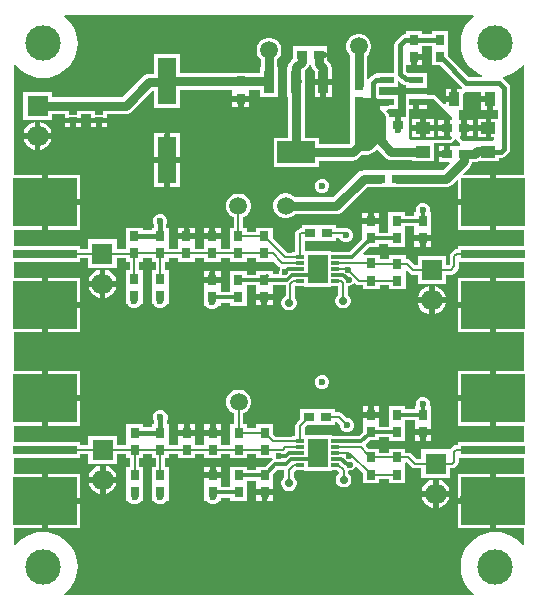
<source format=gtl>
G04*
G04 #@! TF.GenerationSoftware,Altium Limited,Altium Designer,22.6.1 (34)*
G04*
G04 Layer_Physical_Order=1*
G04 Layer_Color=255*
%FSAX43Y43*%
%MOMM*%
G71*
G04*
G04 #@! TF.SameCoordinates,DFD1A6D8-6486-425C-A6BB-C63D1257436E*
G04*
G04*
G04 #@! TF.FilePolarity,Positive*
G04*
G01*
G75*
%ADD14C,0.300*%
%ADD15R,1.200X0.600*%
%ADD16R,1.750X2.480*%
%ADD17R,0.800X0.300*%
%ADD18R,0.850X1.200*%
%ADD19R,0.800X0.850*%
%ADD20R,1.250X1.000*%
%ADD21R,0.850X0.800*%
%ADD22R,5.385X4.026*%
%ADD23R,5.385X0.762*%
%ADD24R,1.600X3.950*%
%ADD25R,0.900X1.900*%
%ADD26R,3.200X1.900*%
%ADD27R,0.700X0.500*%
%ADD46C,0.700*%
%ADD47C,0.193*%
%ADD48C,0.800*%
%ADD49C,0.400*%
%ADD50C,0.600*%
%ADD51C,1.500*%
%ADD52R,1.800X1.800*%
%ADD53C,1.800*%
%ADD54C,3.000*%
%ADD55C,0.600*%
G36*
X0039307Y0049592D02*
X0039354Y0049465D01*
X0039074Y0049226D01*
X0038775Y0048876D01*
X0038534Y0048483D01*
X0038358Y0048057D01*
X0038250Y0047609D01*
X0038214Y0047150D01*
X0038250Y0046691D01*
X0038358Y0046243D01*
X0038534Y0045817D01*
X0038775Y0045424D01*
X0039074Y0045074D01*
X0039424Y0044775D01*
X0039817Y0044534D01*
X0040052Y0044437D01*
X0040026Y0044310D01*
X0038906D01*
X0037180Y0046036D01*
Y0046740D01*
Y0048190D01*
X0035780D01*
Y0047975D01*
X0034970D01*
Y0048190D01*
X0033570D01*
Y0047914D01*
X0033504D01*
X0033309Y0047875D01*
X0033144Y0047765D01*
X0032740Y0047360D01*
X0032629Y0047195D01*
X0032590Y0047000D01*
Y0044660D01*
X0031080D01*
Y0044570D01*
X0031054D01*
X0030859Y0044531D01*
X0030694Y0044420D01*
X0030460Y0044186D01*
X0030423Y0044132D01*
X0030296Y0044170D01*
Y0046111D01*
X0030440Y0046255D01*
X0030578Y0046495D01*
X0030650Y0046762D01*
Y0047038D01*
X0030578Y0047305D01*
X0030440Y0047545D01*
X0030245Y0047740D01*
X0030005Y0047878D01*
X0029738Y0047950D01*
X0029462D01*
X0029195Y0047878D01*
X0028955Y0047740D01*
X0028760Y0047545D01*
X0028622Y0047305D01*
X0028550Y0047038D01*
Y0046762D01*
X0028622Y0046495D01*
X0028760Y0046255D01*
X0028884Y0046131D01*
Y0043650D01*
X0028890Y0043604D01*
Y0042925D01*
Y0042246D01*
X0028884Y0042200D01*
Y0041140D01*
Y0040260D01*
Y0039590D01*
Y0038736D01*
X0028779Y0038631D01*
X0026200D01*
Y0039175D01*
X0025006D01*
Y0042625D01*
X0025050D01*
Y0043879D01*
X0025056Y0043925D01*
X0025050Y0043971D01*
Y0044892D01*
X0025274Y0045116D01*
X0025386Y0045262D01*
X0025408Y0045314D01*
X0025538Y0045297D01*
X0025543Y0045262D01*
X0025614Y0045092D01*
X0025726Y0044946D01*
X0025850Y0044821D01*
Y0044125D01*
X0027350D01*
Y0045125D01*
X0027299D01*
X0027282Y0045253D01*
X0027211Y0045423D01*
X0027099Y0045569D01*
X0026950Y0045718D01*
Y0046154D01*
X0026956Y0046200D01*
X0026950Y0046246D01*
Y0046900D01*
X0026296D01*
X0026250Y0046906D01*
X0026225D01*
X0026179Y0046900D01*
X0024821D01*
X0024775Y0046906D01*
X0024750D01*
X0024704Y0046900D01*
X0024050D01*
Y0046246D01*
X0024044Y0046200D01*
X0024050Y0046154D01*
Y0045888D01*
X0023826Y0045664D01*
X0023714Y0045518D01*
X0023643Y0045348D01*
X0023619Y0045165D01*
Y0045125D01*
X0023550D01*
Y0042625D01*
X0023594D01*
Y0039175D01*
X0022400D01*
Y0036675D01*
X0026200D01*
Y0037219D01*
X0029071D01*
X0029254Y0037243D01*
X0029424Y0037314D01*
X0029571Y0037426D01*
X0029882Y0037738D01*
X0030379D01*
X0030561Y0037762D01*
X0030732Y0037832D01*
X0030878Y0037944D01*
X0031142Y0038209D01*
X0031861Y0037491D01*
X0032007Y0037379D01*
X0032177Y0037308D01*
X0032360Y0037284D01*
X0034085D01*
Y0037190D01*
X0035935D01*
Y0038694D01*
X0037300D01*
X0037417Y0038717D01*
X0037516Y0038784D01*
X0037679Y0038947D01*
X0037708Y0038990D01*
X0037731Y0039020D01*
X0037789Y0039032D01*
X0037811Y0039033D01*
X0037870Y0039022D01*
X0037921Y0038947D01*
X0038184Y0038684D01*
X0038194Y0038524D01*
X0038175Y0038500D01*
X0037325D01*
Y0037800D01*
X0037075D01*
Y0037550D01*
X0036350D01*
Y0037100D01*
X0037236D01*
X0037284Y0036983D01*
X0036708Y0036406D01*
X0032825D01*
X0032779Y0036400D01*
X0031421D01*
X0031375Y0036406D01*
X0030000D01*
X0029817Y0036382D01*
X0029647Y0036311D01*
X0029501Y0036199D01*
X0027408Y0034106D01*
X0024179D01*
X0024045Y0034240D01*
X0023805Y0034378D01*
X0023538Y0034450D01*
X0023262D01*
X0022995Y0034378D01*
X0022755Y0034240D01*
X0022560Y0034045D01*
X0022422Y0033805D01*
X0022350Y0033538D01*
Y0033262D01*
X0022422Y0032995D01*
X0022560Y0032755D01*
X0022755Y0032560D01*
X0022995Y0032422D01*
X0023262Y0032350D01*
X0023538D01*
X0023805Y0032422D01*
X0024045Y0032560D01*
X0024179Y0032694D01*
X0027700D01*
X0027883Y0032718D01*
X0028053Y0032789D01*
X0028199Y0032901D01*
X0030292Y0034994D01*
X0031375D01*
X0031421Y0035000D01*
X0032779D01*
X0032825Y0034994D01*
X0037000D01*
X0037183Y0035018D01*
X0037353Y0035089D01*
X0037499Y0035201D01*
X0037890Y0035592D01*
X0038008Y0035543D01*
Y0033943D01*
X0040750D01*
Y0036006D01*
X0038471D01*
X0038422Y0036124D01*
X0038999Y0036701D01*
X0039111Y0036847D01*
X0039182Y0037017D01*
X0039192Y0037094D01*
X0039400D01*
X0039583Y0037118D01*
X0039753Y0037189D01*
X0039755Y0037190D01*
X0041505D01*
Y0037480D01*
X0041666D01*
X0041861Y0037519D01*
X0042026Y0037630D01*
X0042260Y0037864D01*
X0042371Y0038029D01*
X0042410Y0038224D01*
Y0043400D01*
X0042371Y0043595D01*
X0042260Y0043760D01*
X0041860Y0044160D01*
X0041827Y0044183D01*
X0041849Y0044308D01*
X0042057Y0044358D01*
X0042483Y0044534D01*
X0042876Y0044775D01*
X0043226Y0045074D01*
X0043465Y0045354D01*
X0043592Y0045307D01*
Y0036006D01*
X0041250D01*
Y0033693D01*
Y0031380D01*
X0043592D01*
Y0030031D01*
X0038008D01*
Y0029837D01*
X0037920Y0029754D01*
X0037765Y0029724D01*
X0037634Y0029636D01*
X0037634Y0029636D01*
X0037414Y0029416D01*
X0037326Y0029285D01*
X0037295Y0029130D01*
X0037296Y0029130D01*
Y0028448D01*
X0037202Y0028354D01*
X0036980D01*
Y0029150D01*
X0034580D01*
Y0028354D01*
X0034398D01*
X0033976Y0028776D01*
X0033845Y0028864D01*
X0033690Y0028895D01*
X0033690Y0028895D01*
X0033560D01*
Y0029215D01*
X0032160D01*
Y0028895D01*
X0031360D01*
Y0029240D01*
X0030038D01*
X0029986Y0029367D01*
X0030534Y0029915D01*
X0031310D01*
Y0030206D01*
X0032110D01*
Y0029940D01*
X0033510D01*
Y0031656D01*
X0034310D01*
Y0030915D01*
X0035010D01*
X0035710D01*
Y0031390D01*
Y0032840D01*
X0035677D01*
X0035610Y0032941D01*
Y0033179D01*
X0035519Y0033400D01*
X0035350Y0033569D01*
X0035129Y0033660D01*
X0034891D01*
X0034670Y0033569D01*
X0034501Y0033400D01*
X0034410Y0033179D01*
Y0032941D01*
X0034343Y0032840D01*
X0034310D01*
Y0032574D01*
X0033510D01*
Y0032840D01*
X0032110D01*
Y0031124D01*
X0031310D01*
Y0031840D01*
X0030610D01*
X0029910D01*
Y0031365D01*
Y0030589D01*
X0028820Y0029499D01*
X0027610D01*
X0027566Y0029490D01*
X0027285D01*
Y0029580D01*
X0025014D01*
Y0030400D01*
X0027650D01*
Y0030695D01*
X0027925D01*
X0027981Y0030560D01*
X0028150Y0030391D01*
X0028371Y0030300D01*
X0028609D01*
X0028830Y0030391D01*
X0028999Y0030560D01*
X0029090Y0030781D01*
Y0031019D01*
X0028999Y0031240D01*
X0028830Y0031409D01*
X0028609Y0031500D01*
X0028371D01*
X0028352Y0031492D01*
X0028290Y0031505D01*
X0028290Y0031504D01*
X0027650D01*
Y0031800D01*
X0024750D01*
Y0031628D01*
X0024723Y0031505D01*
X0024569Y0031474D01*
X0024437Y0031386D01*
X0024437Y0031386D01*
X0024324Y0031273D01*
X0024236Y0031141D01*
X0024205Y0030987D01*
X0024205Y0030987D01*
Y0029490D01*
X0023910D01*
Y0029444D01*
X0023553D01*
X0022310Y0030687D01*
Y0031540D01*
X0020910D01*
Y0031220D01*
X0020110D01*
Y0031540D01*
X0019815D01*
Y0032411D01*
X0019815Y0032412D01*
X0020055Y0032550D01*
X0020250Y0032745D01*
X0020388Y0032985D01*
X0020460Y0033252D01*
Y0033528D01*
X0020388Y0033795D01*
X0020250Y0034035D01*
X0020055Y0034230D01*
X0019815Y0034368D01*
X0019548Y0034440D01*
X0019272D01*
X0019005Y0034368D01*
X0018765Y0034230D01*
X0018570Y0034035D01*
X0018432Y0033795D01*
X0018360Y0033528D01*
Y0033252D01*
X0018432Y0032985D01*
X0018570Y0032745D01*
X0018765Y0032550D01*
X0019005Y0032412D01*
X0019005Y0032411D01*
Y0031540D01*
X0018710D01*
Y0030090D01*
Y0029771D01*
X0017910D01*
Y0030095D01*
Y0030570D01*
X0017210D01*
X0016510D01*
Y0030095D01*
Y0029771D01*
X0015710D01*
Y0030095D01*
Y0030570D01*
X0015010D01*
X0014310D01*
Y0030095D01*
Y0029774D01*
X0013503D01*
Y0030095D01*
Y0031545D01*
X0013312D01*
Y0031769D01*
X0013400Y0031981D01*
Y0032219D01*
X0013309Y0032440D01*
X0013140Y0032609D01*
X0012919Y0032700D01*
X0012681D01*
X0012460Y0032609D01*
X0012291Y0032440D01*
X0012200Y0032219D01*
Y0031981D01*
X0012291Y0031760D01*
X0012293Y0031759D01*
Y0031545D01*
X0012103D01*
Y0031329D01*
X0011303D01*
Y0031545D01*
X0009903D01*
Y0030095D01*
Y0029754D01*
X0009100D01*
Y0030550D01*
X0006700D01*
Y0029754D01*
X0005992D01*
Y0030031D01*
X0000408D01*
Y0031380D01*
X0002750D01*
Y0033693D01*
Y0036006D01*
X0000408D01*
Y0045307D01*
X0000535Y0045354D01*
X0000774Y0045074D01*
X0001124Y0044775D01*
X0001517Y0044534D01*
X0001943Y0044358D01*
X0002391Y0044250D01*
X0002850Y0044214D01*
X0003309Y0044250D01*
X0003757Y0044358D01*
X0004183Y0044534D01*
X0004576Y0044775D01*
X0004926Y0045074D01*
X0005225Y0045424D01*
X0005466Y0045817D01*
X0005642Y0046243D01*
X0005750Y0046691D01*
X0005786Y0047150D01*
X0005750Y0047609D01*
X0005642Y0048057D01*
X0005466Y0048483D01*
X0005225Y0048876D01*
X0004926Y0049226D01*
X0004646Y0049465D01*
X0004693Y0049592D01*
X0039307Y0049592D01*
D02*
G37*
G36*
X0035780Y0045290D02*
X0036484D01*
X0038324Y0043451D01*
X0038318Y0043404D01*
X0038280Y0043324D01*
X0037925D01*
Y0042424D01*
X0037675D01*
Y0042174D01*
X0036950D01*
Y0042048D01*
X0036833Y0042000D01*
X0036156Y0042676D01*
X0036156Y0042676D01*
X0036057Y0042743D01*
X0035940Y0042766D01*
X0035940Y0042766D01*
X0035380D01*
Y0042860D01*
X0034480D01*
X0033580D01*
Y0042510D01*
Y0041590D01*
X0033574Y0041560D01*
Y0040940D01*
X0033165D01*
Y0040240D01*
X0032665D01*
Y0040940D01*
X0032143D01*
X0032122Y0041103D01*
X0032051Y0041273D01*
X0031939Y0041419D01*
X0031928Y0041431D01*
X0031957Y0041502D01*
X0031988Y0041550D01*
X0032039Y0041560D01*
X0032880D01*
Y0042760D01*
X0032039D01*
X0031980Y0042772D01*
X0031335D01*
X0031330Y0042776D01*
Y0043460D01*
X0032880D01*
Y0043933D01*
X0032997Y0043982D01*
X0033225Y0043754D01*
X0033391Y0043643D01*
X0033580Y0043606D01*
Y0043360D01*
X0034480D01*
X0035380D01*
Y0043460D01*
Y0044660D01*
X0033761D01*
X0033610Y0044811D01*
Y0045290D01*
X0034020D01*
Y0046015D01*
X0034270D01*
Y0046265D01*
X0034970D01*
Y0046955D01*
X0035780D01*
Y0045290D01*
D02*
G37*
G36*
X0037495Y0040905D02*
Y0040690D01*
X0037320D01*
Y0039990D01*
Y0039290D01*
X0037418D01*
X0037463Y0039163D01*
X0037300Y0039000D01*
X0034000Y0039000D01*
X0033880Y0039120D01*
Y0041560D01*
X0034230D01*
Y0042160D01*
X0034480D01*
Y0042410D01*
X0035380D01*
Y0042460D01*
X0035940D01*
X0037495Y0040905D01*
D02*
G37*
G36*
X0039950Y0042674D02*
X0040675D01*
Y0042424D01*
X0040925D01*
Y0041524D01*
X0041390D01*
Y0040790D01*
X0040830D01*
Y0039990D01*
Y0039190D01*
X0041024D01*
X0041073Y0039073D01*
X0040900Y0038900D01*
X0038400D01*
X0038137Y0039163D01*
X0038190Y0039290D01*
X0038270D01*
Y0039990D01*
Y0040690D01*
X0038100D01*
Y0041524D01*
X0038400D01*
Y0042800D01*
X0038624Y0043024D01*
X0039950D01*
Y0042674D01*
D02*
G37*
G36*
X0014310Y0028645D02*
X0015710D01*
Y0028962D01*
X0016510D01*
Y0028645D01*
X0017910D01*
Y0028962D01*
X0018710D01*
Y0028640D01*
X0020110D01*
Y0028962D01*
X0020910D01*
Y0028640D01*
X0022310D01*
Y0028640D01*
X0022411Y0028682D01*
X0022839Y0028254D01*
X0022917Y0028202D01*
X0022966Y0028141D01*
X0022951Y0028041D01*
X0022895Y0027957D01*
X0022860Y0027781D01*
X0022871Y0027726D01*
X0022767Y0027599D01*
X0022310D01*
Y0027865D01*
X0021904D01*
X0021860Y0027874D01*
X0021816Y0027865D01*
X0020910D01*
Y0027574D01*
X0020110D01*
Y0027840D01*
X0018710D01*
Y0026124D01*
X0017910D01*
Y0026865D01*
X0017210D01*
X0016510D01*
Y0026390D01*
Y0024940D01*
X0016685D01*
X0016701Y0024900D01*
X0016870Y0024731D01*
X0017091Y0024640D01*
X0017329D01*
X0017550Y0024731D01*
X0017719Y0024900D01*
X0017735Y0024940D01*
X0017910D01*
Y0025206D01*
X0018710D01*
Y0024940D01*
X0020110D01*
Y0026656D01*
X0020910D01*
Y0025940D01*
X0021610D01*
X0022310D01*
Y0026681D01*
X0023396D01*
Y0025775D01*
X0023301Y0025720D01*
X0023180Y0025599D01*
X0023094Y0025451D01*
X0023050Y0025286D01*
Y0025114D01*
X0023094Y0024949D01*
X0023180Y0024801D01*
X0023301Y0024680D01*
X0023449Y0024594D01*
X0023614Y0024550D01*
X0023786D01*
X0023951Y0024594D01*
X0024099Y0024680D01*
X0024220Y0024801D01*
X0024306Y0024949D01*
X0024350Y0025114D01*
Y0025286D01*
X0024306Y0025451D01*
X0024220Y0025599D01*
X0024205Y0025615D01*
Y0026590D01*
X0024935D01*
Y0026500D01*
X0027285D01*
Y0026590D01*
X0027865D01*
Y0025882D01*
X0027861Y0025880D01*
X0027740Y0025759D01*
X0027654Y0025611D01*
X0027610Y0025446D01*
Y0025274D01*
X0027654Y0025109D01*
X0027740Y0024961D01*
X0027861Y0024840D01*
X0028009Y0024754D01*
X0028174Y0024710D01*
X0028346D01*
X0028511Y0024754D01*
X0028659Y0024840D01*
X0028780Y0024961D01*
X0028866Y0025109D01*
X0028910Y0025274D01*
Y0025446D01*
X0028866Y0025611D01*
X0028780Y0025759D01*
X0028674Y0025866D01*
Y0026589D01*
X0028737Y0026641D01*
X0028800D01*
X0028976Y0026676D01*
X0029124Y0026776D01*
X0029160Y0026829D01*
X0029287Y0026841D01*
X0029349Y0026779D01*
X0029349Y0026779D01*
X0029480Y0026691D01*
X0029635Y0026660D01*
X0029635Y0026660D01*
X0029960D01*
Y0026340D01*
X0031360D01*
Y0026660D01*
X0032160D01*
Y0026315D01*
X0033560D01*
Y0027882D01*
X0033677Y0027931D01*
X0033944Y0027664D01*
X0033944Y0027664D01*
X0034075Y0027576D01*
X0034230Y0027545D01*
X0034580D01*
Y0026750D01*
X0036980D01*
Y0027545D01*
X0037370D01*
X0037370Y0027545D01*
X0037525Y0027576D01*
X0037656Y0027664D01*
X0037986Y0027994D01*
X0037986Y0027994D01*
X0038074Y0028125D01*
X0038105Y0028280D01*
Y0028669D01*
X0043592D01*
Y0027320D01*
X0041250D01*
Y0025007D01*
Y0022694D01*
X0043592D01*
Y0019406D01*
X0041250D01*
Y0017093D01*
Y0014780D01*
X0043592D01*
Y0013431D01*
X0038008D01*
Y0013155D01*
X0037840D01*
X0037840Y0013155D01*
X0037685Y0013124D01*
X0037554Y0013036D01*
X0037554Y0013036D01*
X0037364Y0012846D01*
X0037357Y0012835D01*
X0037300Y0012770D01*
X0034900D01*
Y0011974D01*
X0034498D01*
X0034086Y0012386D01*
X0033955Y0012474D01*
X0033800Y0012505D01*
X0033800Y0012505D01*
X0033520D01*
Y0012825D01*
X0032120D01*
Y0012505D01*
X0031320D01*
Y0012825D01*
X0030467D01*
X0030232Y0013060D01*
X0030233Y0013239D01*
X0030544Y0013550D01*
X0031320D01*
Y0013791D01*
X0032120D01*
Y0013525D01*
X0033520D01*
Y0015241D01*
X0034320D01*
Y0014500D01*
X0035020D01*
X0035720D01*
Y0014975D01*
Y0016425D01*
X0035687D01*
X0035620Y0016526D01*
Y0016764D01*
X0035529Y0016985D01*
X0035360Y0017154D01*
X0035139Y0017245D01*
X0034901D01*
X0034680Y0017154D01*
X0034511Y0016985D01*
X0034420Y0016764D01*
Y0016526D01*
X0034353Y0016425D01*
X0034320D01*
Y0016159D01*
X0033520D01*
Y0016425D01*
X0032120D01*
Y0014709D01*
X0031320D01*
Y0015000D01*
Y0015475D01*
X0030620D01*
X0029920D01*
Y0015000D01*
Y0014224D01*
X0029630Y0013934D01*
X0027620D01*
X0027576Y0013925D01*
X0027295D01*
Y0014015D01*
X0025024D01*
Y0014577D01*
X0025247Y0014800D01*
X0027550D01*
Y0015095D01*
X0027779D01*
X0028016Y0014858D01*
Y0014711D01*
X0028107Y0014490D01*
X0028276Y0014321D01*
X0028497Y0014230D01*
X0028735D01*
X0028956Y0014321D01*
X0029125Y0014490D01*
X0029216Y0014711D01*
Y0014949D01*
X0029125Y0015170D01*
X0028956Y0015339D01*
X0028735Y0015430D01*
X0028588D01*
X0028232Y0015786D01*
X0028101Y0015874D01*
X0027946Y0015905D01*
X0027946Y0015905D01*
X0027550D01*
Y0016200D01*
X0024650D01*
Y0015347D01*
X0024334Y0015031D01*
X0024246Y0014900D01*
X0024215Y0014745D01*
X0024215Y0014745D01*
Y0013925D01*
X0023920D01*
Y0013854D01*
X0022537D01*
X0022320Y0014072D01*
Y0014925D01*
X0020920D01*
Y0014604D01*
X0020120D01*
Y0014925D01*
X0019824D01*
Y0015816D01*
X0019825Y0015817D01*
X0020065Y0015955D01*
X0020260Y0016150D01*
X0020398Y0016390D01*
X0020470Y0016657D01*
Y0016933D01*
X0020398Y0017200D01*
X0020260Y0017440D01*
X0020065Y0017635D01*
X0019825Y0017773D01*
X0019558Y0017845D01*
X0019282D01*
X0019015Y0017773D01*
X0018775Y0017635D01*
X0018580Y0017440D01*
X0018442Y0017200D01*
X0018370Y0016933D01*
Y0016657D01*
X0018442Y0016390D01*
X0018580Y0016150D01*
X0018775Y0015955D01*
X0019015Y0015817D01*
X0019015Y0015816D01*
Y0014925D01*
X0018720D01*
Y0013475D01*
Y0013155D01*
X0017920D01*
Y0013475D01*
Y0013950D01*
X0017220D01*
X0016520D01*
Y0013475D01*
Y0013155D01*
X0015720D01*
Y0013475D01*
Y0013950D01*
X0015020D01*
X0014320D01*
Y0013475D01*
Y0013155D01*
X0013510D01*
Y0013475D01*
Y0014925D01*
X0013320D01*
Y0015150D01*
X0013407Y0015361D01*
Y0015600D01*
X0013316Y0015820D01*
X0013147Y0015989D01*
X0012927Y0016080D01*
X0012688D01*
X0012467Y0015989D01*
X0012299Y0015820D01*
X0012207Y0015600D01*
Y0015361D01*
X0012299Y0015141D01*
X0012300Y0015139D01*
Y0014925D01*
X0012110D01*
Y0014710D01*
X0011310D01*
Y0014925D01*
X0009910D01*
Y0013475D01*
Y0013155D01*
X0009110D01*
Y0013950D01*
X0006710D01*
Y0013155D01*
X0005992D01*
Y0013431D01*
X0000408D01*
Y0014780D01*
X0002750D01*
Y0017093D01*
Y0019406D01*
X0000408D01*
Y0022694D01*
X0002750D01*
Y0025007D01*
Y0027320D01*
X0000408D01*
Y0028669D01*
X0005992D01*
Y0028945D01*
X0006700D01*
Y0028150D01*
X0009100D01*
Y0028945D01*
X0009903D01*
Y0028645D01*
X0010197D01*
Y0027953D01*
X0009901D01*
Y0026503D01*
Y0025053D01*
X0010076D01*
X0010093Y0025013D01*
X0010261Y0024845D01*
X0010482Y0024753D01*
X0010721D01*
X0010941Y0024845D01*
X0011110Y0025013D01*
X0011127Y0025053D01*
X0011301D01*
Y0026503D01*
Y0027953D01*
X0011006D01*
Y0028645D01*
X0011303D01*
Y0028965D01*
X0012103D01*
Y0028645D01*
X0012397D01*
Y0027953D01*
X0012101D01*
Y0026503D01*
Y0025053D01*
X0012276D01*
X0012293Y0025013D01*
X0012461Y0024845D01*
X0012682Y0024753D01*
X0012921D01*
X0013141Y0024845D01*
X0013310Y0025013D01*
X0013327Y0025053D01*
X0013501D01*
Y0026503D01*
Y0027953D01*
X0013206D01*
Y0028645D01*
X0013503D01*
Y0028965D01*
X0014310D01*
Y0028645D01*
D02*
G37*
G36*
X0020920Y0012025D02*
X0022267D01*
X0022305Y0011898D01*
X0022196Y0011824D01*
X0021696Y0011325D01*
X0020920D01*
Y0011059D01*
X0020120D01*
Y0011325D01*
X0018720D01*
Y0009609D01*
X0017920D01*
Y0010350D01*
X0017220D01*
X0016520D01*
Y0009875D01*
Y0008425D01*
X0016695D01*
X0016711Y0008385D01*
X0016880Y0008216D01*
X0017101Y0008125D01*
X0017339D01*
X0017560Y0008216D01*
X0017729Y0008385D01*
X0017745Y0008425D01*
X0017920D01*
Y0008691D01*
X0018720D01*
Y0008425D01*
X0020120D01*
Y0010141D01*
X0020920D01*
Y0009400D01*
X0021620D01*
X0022320D01*
Y0009875D01*
Y0010651D01*
X0022710Y0011041D01*
X0023295D01*
Y0010415D01*
X0023180Y0010299D01*
X0023094Y0010151D01*
X0023050Y0009986D01*
Y0009814D01*
X0023094Y0009649D01*
X0023180Y0009501D01*
X0023301Y0009380D01*
X0023449Y0009294D01*
X0023614Y0009250D01*
X0023786D01*
X0023951Y0009294D01*
X0024099Y0009380D01*
X0024220Y0009501D01*
X0024306Y0009649D01*
X0024350Y0009814D01*
Y0009986D01*
X0024306Y0010151D01*
X0024220Y0010299D01*
X0024105Y0010415D01*
Y0010879D01*
X0024251Y0011025D01*
X0024945D01*
Y0010935D01*
X0027295D01*
Y0011025D01*
X0027748D01*
X0027910Y0010863D01*
Y0010736D01*
X0027795Y0010621D01*
X0027709Y0010473D01*
X0027665Y0010308D01*
Y0010136D01*
X0027709Y0009971D01*
X0027795Y0009823D01*
X0027916Y0009702D01*
X0028064Y0009616D01*
X0028229Y0009572D01*
X0028401D01*
X0028566Y0009616D01*
X0028714Y0009702D01*
X0028835Y0009823D01*
X0028921Y0009971D01*
X0028965Y0010136D01*
Y0010308D01*
X0028921Y0010473D01*
X0028835Y0010621D01*
X0028719Y0010737D01*
Y0010930D01*
X0028818Y0011010D01*
X0028844Y0011005D01*
X0029019Y0011040D01*
X0029168Y0011140D01*
X0029263Y0011281D01*
X0029284Y0011300D01*
X0029391Y0011332D01*
X0029920Y0010803D01*
Y0009925D01*
X0031320D01*
Y0010245D01*
X0032120D01*
Y0009925D01*
X0033520D01*
Y0011375D01*
Y0011660D01*
X0033647Y0011681D01*
X0034044Y0011284D01*
X0034044Y0011284D01*
X0034175Y0011196D01*
X0034330Y0011165D01*
X0034330Y0011165D01*
X0034900D01*
Y0010370D01*
X0037300D01*
Y0011165D01*
X0037490D01*
X0037490Y0011165D01*
X0037645Y0011196D01*
X0037776Y0011284D01*
X0037936Y0011444D01*
X0037936Y0011444D01*
X0038024Y0011575D01*
X0038055Y0011730D01*
Y0012069D01*
X0043592D01*
Y0010720D01*
X0041250D01*
Y0008407D01*
Y0006094D01*
X0043592D01*
Y0004693D01*
X0043465Y0004646D01*
X0043226Y0004926D01*
X0042876Y0005225D01*
X0042483Y0005466D01*
X0042057Y0005642D01*
X0041609Y0005750D01*
X0041150Y0005786D01*
X0040691Y0005750D01*
X0040243Y0005642D01*
X0039817Y0005466D01*
X0039424Y0005225D01*
X0039074Y0004926D01*
X0038775Y0004576D01*
X0038534Y0004183D01*
X0038358Y0003757D01*
X0038250Y0003309D01*
X0038214Y0002850D01*
X0038250Y0002391D01*
X0038358Y0001943D01*
X0038534Y0001517D01*
X0038775Y0001124D01*
X0039074Y0000774D01*
X0039354Y0000535D01*
X0039307Y0000408D01*
X0004693D01*
X0004646Y0000535D01*
X0004926Y0000774D01*
X0005225Y0001124D01*
X0005466Y0001517D01*
X0005642Y0001943D01*
X0005750Y0002391D01*
X0005786Y0002850D01*
X0005750Y0003309D01*
X0005642Y0003757D01*
X0005466Y0004183D01*
X0005225Y0004576D01*
X0004926Y0004926D01*
X0004576Y0005225D01*
X0004183Y0005466D01*
X0003757Y0005642D01*
X0003309Y0005750D01*
X0002850Y0005786D01*
X0002391Y0005750D01*
X0001943Y0005642D01*
X0001517Y0005466D01*
X0001124Y0005225D01*
X0000774Y0004926D01*
X0000535Y0004646D01*
X0000408Y0004693D01*
Y0006094D01*
X0002750D01*
Y0008407D01*
Y0010720D01*
X0000408D01*
Y0012069D01*
X0005992D01*
Y0012345D01*
X0006710D01*
Y0011550D01*
X0009110D01*
Y0012345D01*
X0009910D01*
Y0012025D01*
X0010205D01*
Y0011315D01*
X0009910D01*
Y0009865D01*
Y0008415D01*
X0010085D01*
X0010101Y0008375D01*
X0010270Y0008206D01*
X0010491Y0008115D01*
X0010729D01*
X0010950Y0008206D01*
X0011119Y0008375D01*
X0011135Y0008415D01*
X0011310D01*
Y0009865D01*
Y0011315D01*
X0011014D01*
Y0012025D01*
X0011310D01*
Y0012345D01*
X0012110D01*
Y0012025D01*
X0012405D01*
Y0011315D01*
X0012110D01*
Y0009865D01*
Y0008415D01*
X0012285D01*
X0012301Y0008375D01*
X0012470Y0008206D01*
X0012691Y0008115D01*
X0012929D01*
X0013150Y0008206D01*
X0013319Y0008375D01*
X0013335Y0008415D01*
X0013510D01*
Y0009865D01*
Y0011315D01*
X0013214D01*
Y0012025D01*
X0013510D01*
Y0012345D01*
X0014320D01*
Y0012025D01*
X0015720D01*
Y0012345D01*
X0016520D01*
Y0012025D01*
X0017920D01*
Y0012345D01*
X0018720D01*
Y0012025D01*
X0020120D01*
Y0012345D01*
X0020920D01*
Y0012025D01*
D02*
G37*
%LPC*%
G36*
X0022138Y0047625D02*
X0021862D01*
X0021595Y0047553D01*
X0021355Y0047415D01*
X0021160Y0047220D01*
X0021022Y0046980D01*
X0020950Y0046713D01*
Y0046437D01*
X0021022Y0046170D01*
X0021160Y0045930D01*
X0021294Y0045796D01*
Y0045125D01*
X0021250D01*
Y0044631D01*
X0020300D01*
Y0044650D01*
X0019646D01*
X0019600Y0044656D01*
X0019316D01*
X0019316Y0044656D01*
X0014500D01*
Y0046225D01*
X0012300D01*
Y0044575D01*
X0011869D01*
X0011686Y0044551D01*
X0011516Y0044480D01*
X0011369Y0044368D01*
X0009578Y0042576D01*
X0003600D01*
Y0043070D01*
X0001200D01*
Y0040670D01*
X0003600D01*
Y0041164D01*
X0004750D01*
Y0040825D01*
X0005400D01*
X0006050D01*
Y0041164D01*
X0006950D01*
Y0040825D01*
X0007600D01*
X0008250D01*
Y0041164D01*
X0009870D01*
X0010053Y0041188D01*
X0010223Y0041259D01*
X0010369Y0041371D01*
X0012161Y0043163D01*
X0012300D01*
Y0041675D01*
X0014500D01*
Y0043244D01*
X0018900D01*
Y0042725D01*
X0019600D01*
X0020300D01*
Y0043219D01*
X0021250D01*
Y0042625D01*
X0022750D01*
Y0045125D01*
X0022706D01*
Y0045796D01*
X0022840Y0045930D01*
X0022978Y0046170D01*
X0023050Y0046437D01*
Y0046713D01*
X0022978Y0046980D01*
X0022840Y0047220D01*
X0022645Y0047415D01*
X0022405Y0047553D01*
X0022138Y0047625D01*
D02*
G37*
G36*
X0027350Y0043625D02*
X0026850D01*
Y0042625D01*
X0027350D01*
Y0043625D01*
D02*
G37*
G36*
X0026350D02*
X0025850D01*
Y0042625D01*
X0026350D01*
Y0043625D01*
D02*
G37*
G36*
X0020300Y0042225D02*
X0019850D01*
Y0041750D01*
X0020300D01*
Y0042225D01*
D02*
G37*
G36*
X0019350D02*
X0018900D01*
Y0041750D01*
X0019350D01*
Y0042225D01*
D02*
G37*
G36*
X0008250Y0040375D02*
X0007850D01*
Y0040075D01*
X0008250D01*
Y0040375D01*
D02*
G37*
G36*
X0007350D02*
X0006950D01*
Y0040075D01*
X0007350D01*
Y0040375D01*
D02*
G37*
G36*
X0006050D02*
X0005650D01*
Y0040075D01*
X0006050D01*
Y0040375D01*
D02*
G37*
G36*
X0005150D02*
X0004750D01*
Y0040075D01*
X0005150D01*
Y0040375D01*
D02*
G37*
G36*
X0002650Y0040505D02*
Y0039580D01*
X0003575D01*
X0003518Y0039793D01*
X0003360Y0040067D01*
X0003137Y0040290D01*
X0002863Y0040448D01*
X0002650Y0040505D01*
D02*
G37*
G36*
X0002150D02*
X0001937Y0040448D01*
X0001663Y0040290D01*
X0001440Y0040067D01*
X0001282Y0039793D01*
X0001225Y0039580D01*
X0002150D01*
Y0040505D01*
D02*
G37*
G36*
X0003575Y0039080D02*
X0002650D01*
Y0038155D01*
X0002863Y0038212D01*
X0003137Y0038370D01*
X0003360Y0038593D01*
X0003518Y0038867D01*
X0003575Y0039080D01*
D02*
G37*
G36*
X0002150D02*
X0001225D01*
X0001282Y0038867D01*
X0001440Y0038593D01*
X0001663Y0038370D01*
X0001937Y0038212D01*
X0002150Y0038155D01*
Y0039080D01*
D02*
G37*
G36*
X0036825Y0038500D02*
X0036350D01*
Y0038050D01*
X0036825D01*
Y0038500D01*
D02*
G37*
G36*
X0014500Y0039525D02*
X0013650D01*
Y0037500D01*
X0014500D01*
Y0039525D01*
D02*
G37*
G36*
X0013150D02*
X0012300D01*
Y0037500D01*
X0013150D01*
Y0039525D01*
D02*
G37*
G36*
X0014500Y0037000D02*
X0013650D01*
Y0034975D01*
X0014500D01*
Y0037000D01*
D02*
G37*
G36*
X0013150D02*
X0012300D01*
Y0034975D01*
X0013150D01*
Y0037000D01*
D02*
G37*
G36*
X0026619Y0035700D02*
X0026381D01*
X0026160Y0035609D01*
X0025991Y0035440D01*
X0025900Y0035219D01*
Y0034981D01*
X0025991Y0034760D01*
X0026160Y0034591D01*
X0026381Y0034500D01*
X0026619D01*
X0026840Y0034591D01*
X0027009Y0034760D01*
X0027100Y0034981D01*
Y0035219D01*
X0027009Y0035440D01*
X0026840Y0035609D01*
X0026619Y0035700D01*
D02*
G37*
G36*
X0005992Y0036006D02*
X0003250D01*
Y0033943D01*
X0005992D01*
Y0036006D01*
D02*
G37*
G36*
X0031310Y0032815D02*
X0030860D01*
Y0032340D01*
X0031310D01*
Y0032815D01*
D02*
G37*
G36*
X0030360D02*
X0029910D01*
Y0032340D01*
X0030360D01*
Y0032815D01*
D02*
G37*
G36*
X0005992Y0033443D02*
X0003250D01*
Y0031380D01*
X0005992D01*
Y0033443D01*
D02*
G37*
G36*
X0040750D02*
X0038008D01*
Y0031380D01*
X0040750D01*
Y0033443D01*
D02*
G37*
G36*
X0017910Y0031545D02*
X0017460D01*
Y0031070D01*
X0017910D01*
Y0031545D01*
D02*
G37*
G36*
X0016960D02*
X0016510D01*
Y0031070D01*
X0016960D01*
Y0031545D01*
D02*
G37*
G36*
X0015710D02*
X0015260D01*
Y0031070D01*
X0015710D01*
Y0031545D01*
D02*
G37*
G36*
X0014760D02*
X0014310D01*
Y0031070D01*
X0014760D01*
Y0031545D01*
D02*
G37*
G36*
X0035710Y0030415D02*
X0035260D01*
Y0029940D01*
X0035710D01*
Y0030415D01*
D02*
G37*
G36*
X0034760D02*
X0034310D01*
Y0029940D01*
X0034760D01*
Y0030415D01*
D02*
G37*
G36*
X0034970Y0045765D02*
X0034520D01*
Y0045290D01*
X0034970D01*
Y0045765D01*
D02*
G37*
G36*
X0037425Y0043324D02*
X0036950D01*
Y0042674D01*
X0037425D01*
Y0043324D01*
D02*
G37*
G36*
X0035380Y0041910D02*
X0034730D01*
Y0041560D01*
X0035380D01*
Y0041910D01*
D02*
G37*
G36*
X0036820Y0040690D02*
X0036345D01*
Y0040240D01*
X0036820D01*
Y0040690D01*
D02*
G37*
G36*
X0035935Y0040790D02*
X0035260D01*
Y0040240D01*
X0035935D01*
Y0040790D01*
D02*
G37*
G36*
X0034760D02*
X0034085D01*
Y0040240D01*
X0034760D01*
Y0040790D01*
D02*
G37*
G36*
X0036820Y0039740D02*
X0036345D01*
Y0039290D01*
X0036820D01*
Y0039740D01*
D02*
G37*
G36*
X0035935Y0039740D02*
X0035260D01*
Y0039190D01*
X0035935D01*
Y0039740D01*
D02*
G37*
G36*
X0034760D02*
X0034085D01*
Y0039190D01*
X0034760D01*
Y0039740D01*
D02*
G37*
G36*
X0040425Y0042174D02*
X0039950D01*
Y0041524D01*
X0040425D01*
Y0042174D01*
D02*
G37*
G36*
X0039245Y0040690D02*
X0038770D01*
Y0040240D01*
X0039245D01*
Y0040690D01*
D02*
G37*
G36*
X0040330Y0040790D02*
X0039655D01*
Y0040240D01*
X0040330D01*
Y0040790D01*
D02*
G37*
G36*
X0039245Y0039740D02*
X0038770D01*
Y0039290D01*
X0039245D01*
Y0039740D01*
D02*
G37*
G36*
X0040330D02*
X0039655D01*
Y0039190D01*
X0040330D01*
Y0039740D01*
D02*
G37*
G36*
X0017910Y0027840D02*
X0017460D01*
Y0027365D01*
X0017910D01*
Y0027840D01*
D02*
G37*
G36*
X0016960D02*
X0016510D01*
Y0027365D01*
X0016960D01*
Y0027840D01*
D02*
G37*
G36*
X0008150Y0027985D02*
Y0027060D01*
X0009075D01*
X0009018Y0027273D01*
X0008860Y0027547D01*
X0008637Y0027770D01*
X0008363Y0027928D01*
X0008150Y0027985D01*
D02*
G37*
G36*
X0007650D02*
X0007437Y0027928D01*
X0007163Y0027770D01*
X0006940Y0027547D01*
X0006782Y0027273D01*
X0006725Y0027060D01*
X0007650D01*
Y0027985D01*
D02*
G37*
G36*
X0036030Y0026585D02*
Y0025660D01*
X0036955D01*
X0036898Y0025873D01*
X0036740Y0026147D01*
X0036517Y0026370D01*
X0036243Y0026528D01*
X0036030Y0026585D01*
D02*
G37*
G36*
X0035530D02*
X0035317Y0026528D01*
X0035043Y0026370D01*
X0034820Y0026147D01*
X0034662Y0025873D01*
X0034605Y0025660D01*
X0035530D01*
Y0026585D01*
D02*
G37*
G36*
X0009075Y0026560D02*
X0008150D01*
Y0025635D01*
X0008363Y0025692D01*
X0008637Y0025850D01*
X0008860Y0026073D01*
X0009018Y0026347D01*
X0009075Y0026560D01*
D02*
G37*
G36*
X0007650D02*
X0006725D01*
X0006782Y0026347D01*
X0006940Y0026073D01*
X0007163Y0025850D01*
X0007437Y0025692D01*
X0007650Y0025635D01*
Y0026560D01*
D02*
G37*
G36*
X0005992Y0027320D02*
X0003250D01*
Y0025257D01*
X0005992D01*
Y0027320D01*
D02*
G37*
G36*
X0040750Y0027320D02*
X0038008D01*
Y0025257D01*
X0040750D01*
Y0027320D01*
D02*
G37*
G36*
X0022310Y0025440D02*
X0021860D01*
Y0024965D01*
X0022310D01*
Y0025440D01*
D02*
G37*
G36*
X0021360D02*
X0020910D01*
Y0024965D01*
X0021360D01*
Y0025440D01*
D02*
G37*
G36*
X0036955Y0025160D02*
X0036030D01*
Y0024235D01*
X0036243Y0024292D01*
X0036517Y0024450D01*
X0036740Y0024673D01*
X0036898Y0024947D01*
X0036955Y0025160D01*
D02*
G37*
G36*
X0035530D02*
X0034605D01*
X0034662Y0024947D01*
X0034820Y0024673D01*
X0035043Y0024450D01*
X0035317Y0024292D01*
X0035530Y0024235D01*
Y0025160D01*
D02*
G37*
G36*
X0005992Y0024757D02*
X0003250D01*
Y0022694D01*
X0005992D01*
Y0024757D01*
D02*
G37*
G36*
X0040750D02*
X0038008D01*
Y0022694D01*
X0040750D01*
Y0024757D01*
D02*
G37*
G36*
X0026627Y0019080D02*
X0026388D01*
X0026167Y0018989D01*
X0025999Y0018820D01*
X0025907Y0018600D01*
Y0018361D01*
X0025999Y0018141D01*
X0026167Y0017972D01*
X0026388Y0017880D01*
X0026627D01*
X0026847Y0017972D01*
X0027016Y0018141D01*
X0027107Y0018361D01*
Y0018600D01*
X0027016Y0018820D01*
X0026847Y0018989D01*
X0026627Y0019080D01*
D02*
G37*
G36*
X0005992Y0019406D02*
X0003250D01*
Y0017343D01*
X0005992D01*
Y0019406D01*
D02*
G37*
G36*
X0040750Y0019406D02*
X0038008D01*
Y0017343D01*
X0040750D01*
Y0019406D01*
D02*
G37*
G36*
X0031320Y0016450D02*
X0030870D01*
Y0015975D01*
X0031320D01*
Y0016450D01*
D02*
G37*
G36*
X0030370D02*
X0029920D01*
Y0015975D01*
X0030370D01*
Y0016450D01*
D02*
G37*
G36*
X0005992Y0016843D02*
X0003250D01*
Y0014780D01*
X0005992D01*
Y0016843D01*
D02*
G37*
G36*
X0040750Y0016843D02*
X0038008D01*
Y0014780D01*
X0040750D01*
Y0016843D01*
D02*
G37*
G36*
X0015720Y0014925D02*
X0015270D01*
Y0014450D01*
X0015720D01*
Y0014925D01*
D02*
G37*
G36*
X0014770D02*
X0014320D01*
Y0014450D01*
X0014770D01*
Y0014925D01*
D02*
G37*
G36*
X0017920D02*
X0017470D01*
Y0014450D01*
X0017920D01*
Y0014925D01*
D02*
G37*
G36*
X0016970D02*
X0016520D01*
Y0014450D01*
X0016970D01*
Y0014925D01*
D02*
G37*
G36*
X0035720Y0014000D02*
X0035270D01*
Y0013525D01*
X0035720D01*
Y0014000D01*
D02*
G37*
G36*
X0034770D02*
X0034320D01*
Y0013525D01*
X0034770D01*
Y0014000D01*
D02*
G37*
G36*
X0017920Y0011325D02*
X0017470D01*
Y0010850D01*
X0017920D01*
Y0011325D01*
D02*
G37*
G36*
X0016970D02*
X0016520D01*
Y0010850D01*
X0016970D01*
Y0011325D01*
D02*
G37*
G36*
X0008160Y0011385D02*
Y0010460D01*
X0009085D01*
X0009028Y0010673D01*
X0008870Y0010947D01*
X0008647Y0011170D01*
X0008373Y0011328D01*
X0008160Y0011385D01*
D02*
G37*
G36*
X0007660D02*
X0007447Y0011328D01*
X0007173Y0011170D01*
X0006950Y0010947D01*
X0006792Y0010673D01*
X0006735Y0010460D01*
X0007660D01*
Y0011385D01*
D02*
G37*
G36*
X0036350Y0010205D02*
Y0009280D01*
X0037275D01*
X0037218Y0009493D01*
X0037060Y0009767D01*
X0036837Y0009990D01*
X0036563Y0010148D01*
X0036350Y0010205D01*
D02*
G37*
G36*
X0035850D02*
X0035637Y0010148D01*
X0035363Y0009990D01*
X0035140Y0009767D01*
X0034982Y0009493D01*
X0034925Y0009280D01*
X0035850D01*
Y0010205D01*
D02*
G37*
G36*
X0009085Y0009960D02*
X0008160D01*
Y0009035D01*
X0008373Y0009092D01*
X0008647Y0009250D01*
X0008870Y0009473D01*
X0009028Y0009747D01*
X0009085Y0009960D01*
D02*
G37*
G36*
X0007660D02*
X0006735D01*
X0006792Y0009747D01*
X0006950Y0009473D01*
X0007173Y0009250D01*
X0007447Y0009092D01*
X0007660Y0009035D01*
Y0009960D01*
D02*
G37*
G36*
X0005992Y0010720D02*
X0003250D01*
Y0008657D01*
X0005992D01*
Y0010720D01*
D02*
G37*
G36*
X0040750Y0010720D02*
X0038008D01*
Y0008657D01*
X0040750D01*
Y0010720D01*
D02*
G37*
G36*
X0022320Y0008900D02*
X0021870D01*
Y0008425D01*
X0022320D01*
Y0008900D01*
D02*
G37*
G36*
X0021370D02*
X0020920D01*
Y0008425D01*
X0021370D01*
Y0008900D01*
D02*
G37*
G36*
X0037275Y0008780D02*
X0036350D01*
Y0007855D01*
X0036563Y0007912D01*
X0036837Y0008070D01*
X0037060Y0008293D01*
X0037218Y0008567D01*
X0037275Y0008780D01*
D02*
G37*
G36*
X0035850D02*
X0034925D01*
X0034982Y0008567D01*
X0035140Y0008293D01*
X0035363Y0008070D01*
X0035637Y0007912D01*
X0035850Y0007855D01*
Y0008780D01*
D02*
G37*
G36*
X0005992Y0008157D02*
X0003250D01*
Y0006094D01*
X0005992D01*
Y0008157D01*
D02*
G37*
G36*
X0040750Y0008157D02*
X0038008D01*
Y0006094D01*
X0040750D01*
Y0008157D01*
D02*
G37*
%LPD*%
D14*
X0030360Y0030365D02*
X0030610Y0030615D01*
X0029010Y0029040D02*
X0030335Y0030365D01*
X0030360D01*
X0027610Y0029040D02*
X0029010D01*
X0030610Y0030615D02*
Y0030640D01*
X0028562Y0011521D02*
X0028786D01*
X0028108Y0011975D02*
X0028562Y0011521D01*
X0027620Y0011975D02*
X0028108D01*
X0028786Y0011521D02*
X0028844Y0011464D01*
X0028297Y0027540D02*
X0028737Y0027100D01*
X0027610Y0027540D02*
X0028297D01*
X0028737Y0027100D02*
X0028800D01*
X0029820Y0013475D02*
X0030345Y0014000D01*
X0027620Y0013475D02*
X0029820D01*
X0030345Y0014000D02*
X0030370D01*
X0030620Y0014250D02*
Y0014275D01*
X0030370Y0014000D02*
X0030620Y0014250D01*
X0022830Y0012200D02*
X0023400D01*
X0023675Y0012475D01*
X0024620D01*
X0022823Y0012193D02*
X0022830Y0012200D01*
X0023400Y0011500D02*
X0023875Y0011975D01*
X0024620D01*
X0022520Y0011500D02*
X0023400D01*
X0024620Y0011975D02*
X0025620D01*
X0026120Y0012475D01*
X0021895Y0010875D02*
X0022520Y0011500D01*
X0021610Y0027140D02*
X0023540D01*
X0024610Y0027540D02*
X0025610D01*
X0023940D02*
X0024610D01*
X0025610D02*
X0026110Y0028040D01*
X0023647D02*
X0024610D01*
X0023319Y0027781D02*
X0023388D01*
X0023647Y0028040D01*
X0023540Y0027140D02*
X0023940Y0027540D01*
X0035020Y0015700D02*
Y0016645D01*
X0035010Y0033060D02*
X0035010Y0033060D01*
X0035010Y0032115D02*
Y0033060D01*
X0017220Y0009150D02*
X0019420D01*
X0017210Y0025665D02*
X0019410D01*
X0021610Y0027140D02*
Y0027165D01*
X0021860Y0027415D01*
X0021620Y0010625D02*
X0021870Y0010875D01*
X0021895D01*
X0021620Y0010600D02*
Y0010625D01*
X0030620Y0014275D02*
X0030645Y0014250D01*
X0032820D01*
Y0015700D02*
X0035020D01*
X0019420Y0010600D02*
X0021620D01*
X0032810Y0032115D02*
X0035010D01*
X0030635Y0030665D02*
X0032810D01*
X0019410Y0027115D02*
X0021585D01*
D15*
X0034480Y0042160D02*
D03*
Y0043110D02*
D03*
Y0044060D02*
D03*
X0031980D02*
D03*
Y0042160D02*
D03*
D16*
X0026120Y0012475D02*
D03*
X0026110Y0028040D02*
D03*
D17*
X0027620Y0013475D02*
D03*
Y0012975D02*
D03*
Y0012475D02*
D03*
Y0011975D02*
D03*
Y0011475D02*
D03*
X0024620D02*
D03*
Y0011975D02*
D03*
Y0012475D02*
D03*
Y0012975D02*
D03*
Y0013475D02*
D03*
X0027610Y0029040D02*
D03*
Y0028540D02*
D03*
Y0028040D02*
D03*
Y0027540D02*
D03*
Y0027040D02*
D03*
X0024610D02*
D03*
Y0027540D02*
D03*
Y0028040D02*
D03*
Y0028540D02*
D03*
Y0029040D02*
D03*
D18*
X0037675Y0042424D02*
D03*
X0040675D02*
D03*
D19*
X0036480Y0046015D02*
D03*
Y0047465D02*
D03*
X0034270D02*
D03*
Y0046015D02*
D03*
X0035020Y0015700D02*
D03*
Y0014250D02*
D03*
X0032820Y0015700D02*
D03*
Y0014250D02*
D03*
X0030620Y0014275D02*
D03*
Y0015725D02*
D03*
X0012810Y0009140D02*
D03*
Y0010590D02*
D03*
X0010610D02*
D03*
Y0009140D02*
D03*
X0021620Y0012750D02*
D03*
Y0014200D02*
D03*
X0019420Y0014200D02*
D03*
Y0012750D02*
D03*
X0017220Y0014200D02*
D03*
Y0012750D02*
D03*
X0015020D02*
D03*
Y0014200D02*
D03*
X0012810Y0012750D02*
D03*
Y0014200D02*
D03*
X0010610D02*
D03*
Y0012750D02*
D03*
X0035010Y0032115D02*
D03*
Y0030665D02*
D03*
X0032810Y0032115D02*
D03*
Y0030665D02*
D03*
X0030610Y0030640D02*
D03*
Y0032090D02*
D03*
X0019410Y0029365D02*
D03*
Y0030815D02*
D03*
X0012801Y0025778D02*
D03*
Y0027228D02*
D03*
X0010601D02*
D03*
Y0025778D02*
D03*
X0021610Y0030815D02*
D03*
Y0029365D02*
D03*
X0017210Y0029370D02*
D03*
Y0030820D02*
D03*
X0015010D02*
D03*
Y0029370D02*
D03*
X0012803D02*
D03*
Y0030820D02*
D03*
X0010603D02*
D03*
Y0029370D02*
D03*
X0029590Y0043650D02*
D03*
Y0042200D02*
D03*
X0019600Y0043925D02*
D03*
Y0042475D02*
D03*
X0032860Y0028490D02*
D03*
Y0027040D02*
D03*
X0030660Y0027065D02*
D03*
Y0028515D02*
D03*
X0032820Y0012100D02*
D03*
Y0010650D02*
D03*
X0030620D02*
D03*
Y0012100D02*
D03*
X0017220Y0009150D02*
D03*
Y0010600D02*
D03*
X0019420Y0009150D02*
D03*
Y0010600D02*
D03*
X0021620D02*
D03*
Y0009150D02*
D03*
X0021610Y0027140D02*
D03*
Y0025690D02*
D03*
X0019410Y0025665D02*
D03*
Y0027115D02*
D03*
X0017210Y0025665D02*
D03*
Y0027115D02*
D03*
D20*
X0040580Y0039990D02*
D03*
Y0037990D02*
D03*
X0035010D02*
D03*
Y0039990D02*
D03*
D21*
X0031465Y0040240D02*
D03*
X0032915D02*
D03*
X0038525Y0037800D02*
D03*
X0037075D02*
D03*
X0024775Y0046200D02*
D03*
X0026225D02*
D03*
X0037070Y0039990D02*
D03*
X0038520D02*
D03*
X0031375Y0035700D02*
D03*
X0032825D02*
D03*
X0026825Y0015500D02*
D03*
X0025375D02*
D03*
X0026925Y0031100D02*
D03*
X0025475D02*
D03*
D22*
X0041000Y0017093D02*
D03*
Y0008407D02*
D03*
X0041000Y0033693D02*
D03*
Y0025007D02*
D03*
X0003000Y0008407D02*
D03*
Y0017093D02*
D03*
Y0025007D02*
D03*
Y0033693D02*
D03*
D23*
X0041000Y0012750D02*
D03*
X0041000Y0029350D02*
D03*
X0003000Y0012750D02*
D03*
Y0029350D02*
D03*
D24*
X0013400Y0043950D02*
D03*
Y0037250D02*
D03*
D25*
X0026600Y0043875D02*
D03*
X0022000D02*
D03*
X0024300D02*
D03*
D26*
Y0037925D02*
D03*
D27*
X0007600Y0040625D02*
D03*
Y0041375D02*
D03*
X0005400Y0040625D02*
D03*
Y0041375D02*
D03*
D46*
X0028315Y0010222D02*
D03*
X0023700Y0009900D02*
D03*
X0028260Y0025360D02*
D03*
X0023700Y0025200D02*
D03*
D47*
X0028290Y0031100D02*
X0028490Y0030900D01*
X0026925Y0031100D02*
X0028290D01*
X0024610Y0030987D02*
X0024723Y0031100D01*
X0024610Y0029040D02*
Y0030987D01*
X0024723Y0031100D02*
X0025475D01*
X0028700Y0028000D02*
X0029635Y0027065D01*
X0028660Y0028040D02*
X0028700Y0028000D01*
X0030660Y0027065D02*
X0032835D01*
X0029635D02*
X0030660D01*
X0028800Y0012275D02*
Y0012400D01*
X0028742Y0012217D02*
X0028800Y0012275D01*
X0027870Y0011475D02*
X0028315Y0011030D01*
Y0010222D02*
Y0011030D01*
X0027620Y0011475D02*
X0027870D01*
X0026825Y0015500D02*
X0027946D01*
X0028616Y0014830D01*
X0028725Y0012475D02*
X0028800Y0012400D01*
X0027620Y0012475D02*
X0028725D01*
X0029745Y0012975D02*
X0030292Y0012428D01*
X0027620Y0012975D02*
X0029745D01*
X0028800Y0012400D02*
X0028895D01*
X0030620Y0010675D01*
X0027627Y0028557D02*
X0030618D01*
X0030685Y0028490D01*
X0027610Y0028540D02*
X0027627Y0028557D01*
X0030685Y0028490D02*
X0032860D01*
X0027610Y0028040D02*
X0028660D01*
X0027610Y0027040D02*
X0028098D01*
X0028269Y0025369D02*
Y0026869D01*
X0028260Y0025360D02*
X0028269Y0025369D01*
X0028098Y0027040D02*
X0028269Y0026869D01*
X0030620Y0010650D02*
Y0010675D01*
Y0010650D02*
X0032820D01*
X0024620Y0014745D02*
X0025047Y0015172D01*
Y0015197D02*
X0025350Y0015500D01*
X0024620Y0013475D02*
Y0014745D01*
X0025047Y0015172D02*
Y0015197D01*
X0025350Y0015500D02*
X0025375D01*
X0023700Y0009900D02*
Y0011046D01*
X0024088Y0011434D01*
X0024579D01*
X0024620Y0011475D01*
X0023169Y0012750D02*
X0023394Y0012975D01*
X0024620D01*
X0021620Y0012750D02*
X0023169D01*
X0015020Y0012750D02*
X0019420D01*
X0023797Y0025297D02*
Y0025564D01*
X0023800Y0025567D01*
X0023700Y0025200D02*
X0023797Y0025297D01*
X0023800Y0025567D02*
Y0026800D01*
X0024038Y0027038D02*
X0024608D01*
X0023800Y0026800D02*
X0024038Y0027038D01*
X0024608D02*
X0024610Y0027040D01*
X0032860Y0028490D02*
X0033690D01*
X0021938Y0030487D02*
X0023385Y0029040D01*
X0015013Y0029366D02*
X0017210D01*
X0019410D01*
X0021610Y0029365D02*
X0022300D01*
X0019410Y0029366D02*
X0021609D01*
X0022300Y0029365D02*
X0023125Y0028540D01*
X0023385Y0029040D02*
X0024610D01*
X0023125Y0028540D02*
X0024610D01*
X0021612Y0030788D02*
Y0030813D01*
X0010583Y0029350D02*
X0010601Y0029332D01*
X0037840Y0012750D02*
X0041000D01*
X0037650Y0012560D02*
X0037840Y0012750D01*
X0037650Y0011730D02*
Y0012560D01*
X0037490Y0011570D02*
X0037650Y0011730D01*
X0036100Y0011570D02*
X0037490D01*
X0033800Y0012100D02*
X0034330Y0011570D01*
X0036100D01*
X0032820Y0012100D02*
X0033800D01*
X0030620D02*
X0032820D01*
X0030292Y0012428D02*
X0030317D01*
X0030620Y0012125D01*
Y0012100D02*
Y0012125D01*
X0021620Y0014175D02*
Y0014200D01*
Y0014175D02*
X0021923Y0013872D01*
X0021948D01*
X0022370Y0013450D01*
X0024560D01*
X0021620Y0014200D02*
X0021620Y0014200D01*
X0019420Y0014200D02*
X0021620D01*
X0019420D02*
Y0016795D01*
X0012810Y0012750D02*
X0012810Y0012750D01*
Y0010590D02*
Y0012750D01*
X0010610Y0012750D02*
X0010610Y0012750D01*
Y0010590D02*
Y0012750D01*
X0021620Y0012750D02*
X0021620Y0012750D01*
X0019420Y0012750D02*
X0021620D01*
X0019420Y0012750D02*
X0019420Y0012750D01*
X0012810Y0012750D02*
X0015020D01*
X0010610D02*
X0012810D01*
X0007910D02*
X0010610D01*
X0003000D02*
X0007910D01*
X0037370Y0027950D02*
X0037700Y0028280D01*
Y0029130D01*
X0037920Y0029350D01*
X0041000D01*
X0035780Y0027950D02*
X0037370D01*
X0034230D02*
X0035780D01*
X0033690Y0028490D02*
X0034230Y0027950D01*
X0021612Y0030788D02*
X0021913Y0030487D01*
X0021938D01*
X0032835Y0027065D02*
X0032860Y0027040D01*
X0019410Y0030815D02*
X0021610D01*
X0019410Y0030815D02*
X0019410Y0030815D01*
X0019410Y0030815D02*
Y0033390D01*
X0012801Y0029368D02*
X0012803Y0029370D01*
X0012801Y0027228D02*
Y0029368D01*
X0010601Y0027228D02*
Y0029332D01*
X0021609Y0029366D02*
X0021610Y0029365D01*
X0015010Y0029370D02*
X0015013Y0029366D01*
X0012803Y0029370D02*
X0015010D01*
X0010603D02*
X0012803D01*
X0010583Y0029350D02*
X0010603Y0029370D01*
X0007900Y0029350D02*
X0010583D01*
X0003000D02*
X0007900D01*
D48*
X0038500Y0037200D02*
Y0037800D01*
X0032825Y0035700D02*
X0037000D01*
X0038500Y0037800D02*
X0038525D01*
X0037000Y0035700D02*
X0038500Y0037200D01*
X0039400Y0037800D02*
X0039600Y0038000D01*
X0038525Y0037800D02*
X0039400D01*
X0039600Y0038000D02*
X0040570D01*
X0040580Y0037990D01*
X0040564Y0037974D02*
X0040580Y0037990D01*
X0022000Y0043875D02*
Y0046575D01*
X0019316Y0043950D02*
X0019600D01*
X0002400Y0041870D02*
X0009870D01*
X0021950Y0043925D02*
X0022000Y0043875D01*
X0019600Y0043925D02*
X0021950D01*
X0019316Y0043950D02*
X0019316Y0043950D01*
X0013400Y0043950D02*
X0019316D01*
X0019600Y0043925D02*
Y0043950D01*
X0011869Y0043869D02*
X0013319D01*
X0013400Y0043950D01*
X0009870Y0041870D02*
X0011869Y0043869D01*
X0031097Y0039897D02*
X0031465Y0039530D01*
X0031440Y0040240D02*
Y0040265D01*
X0030688Y0039541D02*
Y0039897D01*
X0029590Y0038444D02*
X0030688Y0039541D01*
X0029590Y0038800D02*
Y0039590D01*
Y0038444D02*
Y0038800D01*
X0030755Y0040240D02*
X0031097Y0039897D01*
X0029590Y0038800D02*
X0030688Y0039897D01*
X0031097D01*
X0030379Y0038444D02*
X0031465Y0039530D01*
X0029590Y0038444D02*
X0030379D01*
X0030000Y0035700D02*
X0031375D01*
X0027700Y0033400D02*
X0030000Y0035700D01*
X0023400Y0033400D02*
X0027700D01*
X0029610Y0040240D02*
X0030240D01*
X0029590Y0039590D02*
Y0040260D01*
X0030240Y0040240D02*
X0030490D01*
X0029590Y0039590D02*
X0030240Y0040240D01*
X0030755D02*
X0031440D01*
X0030490D02*
X0030755D01*
X0031465Y0039530D02*
Y0040240D01*
Y0038885D02*
Y0039530D01*
X0029590Y0040260D02*
Y0041140D01*
X0031440Y0040240D02*
X0031465D01*
X0029590Y0040260D02*
X0029610Y0040240D01*
X0029590Y0041140D02*
Y0042175D01*
Y0041140D02*
X0030490Y0040240D01*
X0029590Y0042175D02*
X0029615D01*
X0031440Y0040265D02*
Y0040920D01*
X0030360Y0041345D02*
Y0041430D01*
Y0041345D02*
X0031440Y0040265D01*
X0029615Y0042175D02*
X0030360Y0041430D01*
X0030930D01*
X0029590Y0042175D02*
Y0042200D01*
X0030930Y0041430D02*
X0031440Y0040920D01*
X0030930Y0041430D02*
Y0042160D01*
X0031465Y0038885D02*
X0032360Y0037990D01*
X0035010D01*
X0030890Y0042200D02*
X0030930D01*
X0029590D02*
X0030890D01*
X0026225Y0045445D02*
Y0046200D01*
X0026600Y0043875D02*
Y0045070D01*
X0026225Y0045445D02*
X0026600Y0045070D01*
X0026550Y0043925D02*
X0026600Y0043875D01*
X0026225Y0046200D02*
X0026250D01*
X0029590Y0046890D02*
X0029600Y0046900D01*
X0029590Y0043650D02*
Y0046890D01*
X0029071Y0037925D02*
X0029590Y0038444D01*
X0024300Y0037925D02*
X0029071D01*
X0024775Y0045615D02*
Y0046200D01*
X0024325Y0043900D02*
X0024350Y0043925D01*
X0024300Y0043875D02*
X0024325Y0043900D01*
Y0045165D01*
X0024775Y0045615D01*
X0024300Y0037925D02*
Y0043875D01*
X0024750Y0046200D02*
X0024775D01*
D49*
X0036680Y0045790D02*
X0036705D01*
X0038695Y0043800D01*
X0041500D01*
X0036480Y0045990D02*
Y0046015D01*
Y0045990D02*
X0036680Y0045790D01*
X0040580Y0037990D02*
X0041666D01*
X0041900Y0038224D01*
Y0043400D01*
X0041500Y0043800D02*
X0041900Y0043400D01*
X0034270Y0047465D02*
X0036480D01*
X0034209Y0047404D02*
X0034270Y0047465D01*
X0033504Y0047404D02*
X0034209D01*
X0033100Y0047000D02*
X0033504Y0047404D01*
X0033100Y0044600D02*
X0033586Y0044114D01*
X0033100Y0044600D02*
Y0047000D01*
X0033586Y0044114D02*
X0034426D01*
X0034480Y0044060D01*
X0030820Y0042270D02*
X0030890Y0042200D01*
X0030820Y0042270D02*
Y0043826D01*
X0031054Y0044060D02*
X0031980D01*
X0030820Y0043826D02*
X0031054Y0044060D01*
X0010610Y0014200D02*
X0012810D01*
Y0015478D01*
X0012807Y0015480D02*
X0012810Y0015478D01*
X0012800Y0032100D02*
X0012803Y0032097D01*
Y0030820D02*
Y0032097D01*
X0010603Y0030820D02*
X0012803D01*
D50*
X0030930Y0042160D02*
X0031980D01*
D51*
X0019420Y0016795D02*
D03*
X0023400Y0033400D02*
D03*
X0019410Y0033390D02*
D03*
X0029600Y0046900D02*
D03*
X0022000Y0046575D02*
D03*
D52*
X0035780Y0027950D02*
D03*
X0002400Y0041870D02*
D03*
X0007910Y0012750D02*
D03*
X0007900Y0029350D02*
D03*
X0036100Y0011570D02*
D03*
D53*
X0035780Y0025410D02*
D03*
X0002400Y0039330D02*
D03*
X0007910Y0010210D02*
D03*
X0007900Y0026810D02*
D03*
X0036100Y0009030D02*
D03*
D54*
X0041150Y0047150D02*
D03*
Y0002850D02*
D03*
X0002850D02*
D03*
Y0047150D02*
D03*
D55*
X0041000Y0022000D02*
D03*
Y0014000D02*
D03*
X0035000Y0034000D02*
D03*
X0037000Y0030000D02*
D03*
Y0022000D02*
D03*
X0035000Y0018000D02*
D03*
X0037000Y0014000D02*
D03*
Y0006000D02*
D03*
X0035000Y0002000D02*
D03*
X0031000Y0034000D02*
D03*
Y0026000D02*
D03*
X0033000Y0022000D02*
D03*
X0031000Y0018000D02*
D03*
X0033000Y0006000D02*
D03*
X0031000Y0002000D02*
D03*
X0027000Y0042000D02*
D03*
Y0026000D02*
D03*
X0029000Y0022000D02*
D03*
X0027000Y0010000D02*
D03*
X0029000Y0006000D02*
D03*
X0027000Y0002000D02*
D03*
X0023000Y0042000D02*
D03*
Y0026000D02*
D03*
X0025000Y0022000D02*
D03*
Y0006000D02*
D03*
X0023000Y0002000D02*
D03*
X0021000Y0038000D02*
D03*
Y0022000D02*
D03*
Y0006000D02*
D03*
X0019000Y0002000D02*
D03*
X0017000Y0046000D02*
D03*
X0015000Y0042000D02*
D03*
X0017000Y0038000D02*
D03*
X0015000Y0026000D02*
D03*
X0017000Y0022000D02*
D03*
X0015000Y0010000D02*
D03*
X0017000Y0006000D02*
D03*
X0015000Y0002000D02*
D03*
X0011000Y0034000D02*
D03*
X0013000Y0022000D02*
D03*
X0011000Y0018000D02*
D03*
X0013000Y0006000D02*
D03*
X0011000Y0002000D02*
D03*
X0009000Y0046000D02*
D03*
Y0038000D02*
D03*
X0007000Y0034000D02*
D03*
X0009000Y0022000D02*
D03*
X0007000Y0018000D02*
D03*
X0009000Y0006000D02*
D03*
X0007000Y0002000D02*
D03*
X0005000Y0038000D02*
D03*
Y0022000D02*
D03*
Y0014000D02*
D03*
X0028490Y0030900D02*
D03*
X0028742Y0012217D02*
D03*
X0028844Y0011464D02*
D03*
X0028616Y0014830D02*
D03*
X0028700Y0028000D02*
D03*
X0028800Y0027100D02*
D03*
X0022823Y0012193D02*
D03*
X0035010Y0030240D02*
D03*
X0023319Y0027781D02*
D03*
X0036650Y0037800D02*
D03*
X0032915Y0039840D02*
D03*
X0013400Y0035275D02*
D03*
Y0039225D02*
D03*
X0026650Y0046200D02*
D03*
X0007600Y0040375D02*
D03*
X0005400D02*
D03*
X0019600Y0042050D02*
D03*
X0035020Y0016645D02*
D03*
X0035010Y0033060D02*
D03*
X0026507Y0018480D02*
D03*
X0012807Y0015480D02*
D03*
X0012800Y0032100D02*
D03*
X0026500Y0035100D02*
D03*
X0010610Y0008715D02*
D03*
X0012810D02*
D03*
X0017220Y0008725D02*
D03*
X0017210Y0025240D02*
D03*
X0012801Y0025353D02*
D03*
X0010601D02*
D03*
X0015022Y0014627D02*
D03*
X0017222D02*
D03*
X0041000Y0006394D02*
D03*
X0038440Y0008560D02*
D03*
X0041000Y0010420D02*
D03*
X0038308Y0017093D02*
D03*
X0041000Y0015080D02*
D03*
Y0019106D02*
D03*
X0038308Y0033693D02*
D03*
X0041000Y0035706D02*
D03*
Y0031680D02*
D03*
X0038308Y0025007D02*
D03*
X0041000Y0027020D02*
D03*
Y0022994D02*
D03*
X0035018Y0013823D02*
D03*
X0030618Y0016147D02*
D03*
X0021618Y0008722D02*
D03*
X0017218Y0011023D02*
D03*
X0005690Y0008404D02*
D03*
X0002997Y0006391D02*
D03*
Y0010417D02*
D03*
X0005690Y0017091D02*
D03*
X0002997Y0019104D02*
D03*
Y0015078D02*
D03*
Y0035704D02*
D03*
X0005690Y0033691D02*
D03*
X0002997Y0031678D02*
D03*
Y0027017D02*
D03*
X0005690Y0025004D02*
D03*
X0002997Y0022991D02*
D03*
X0015013Y0031247D02*
D03*
X0017213D02*
D03*
X0021608Y0025263D02*
D03*
X0017208Y0027538D02*
D03*
X0030608Y0032513D02*
D03*
M02*

</source>
